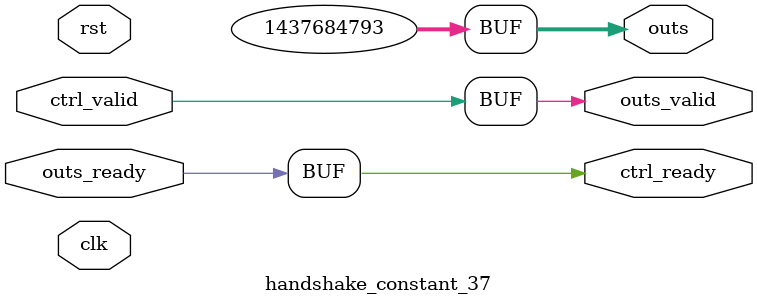
<source format=v>
`timescale 1ns / 1ps
module handshake_constant_37 #(
  parameter DATA_WIDTH = 32  // Default set to 32 bits
) (
  input                       clk,
  input                       rst,
  // Input Channel
  input                       ctrl_valid,
  output                      ctrl_ready,
  // Output Channel
  output [DATA_WIDTH - 1 : 0] outs,
  output                      outs_valid,
  input                       outs_ready
);
  assign outs       = 32'b01010101101100010101010000111001;
  assign outs_valid = ctrl_valid;
  assign ctrl_ready = outs_ready;

endmodule

</source>
